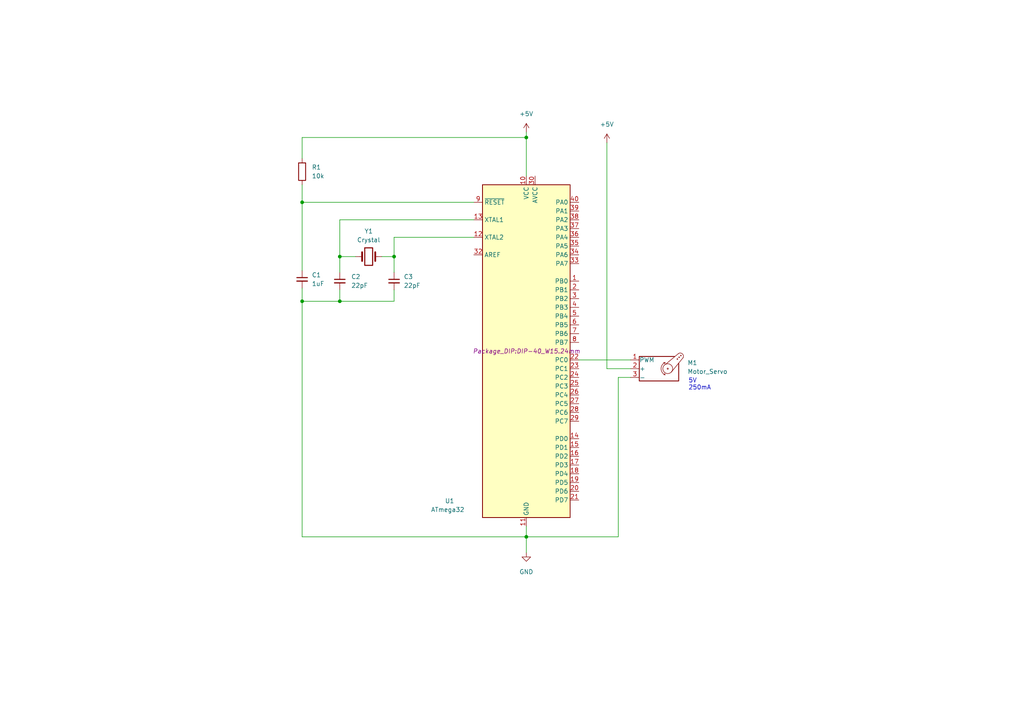
<source format=kicad_sch>
(kicad_sch (version 20211123) (generator eeschema)
  (paper "A4")
  (lib_symbols
    (symbol "Device:C_Small" (pin_numbers hide) (pin_names (offset 0.254) hide)
      (property "Reference" "C" (at 0.254 1.778 0))
      (property "Value" "C_Small" (at 0.254 -2.032 0))
      (symbol "C_Small_0_1"
        (polyline (pts (xy -1.524 -0.508) (xy 1.524 -0.508)) (stroke (width 0.3302)))
        (polyline (pts (xy -1.524 0.508) (xy 1.524 0.508)) (stroke (width 0.3048)))
      )
      (symbol "C_Small_1_1"
        (pin passive line (at 0 2.54 270) (length 2.032) (name "~") (number "1"))
        (pin passive line (at 0 -2.54 90) (length 2.032) (name "~") (number "2"))
      )
    )
    (symbol "Device:Crystal" (pin_numbers hide) (pin_names (offset 1.016) hide)
      (property "Reference" "Y" (at 0 3.81 0))
      (property "Value" "Crystal" (at 0 -3.81 0))
      (symbol "Crystal_0_1"
        (rectangle (start -1.143 2.54) (end 1.143 -2.54) (stroke (width 0.3048)))
        (polyline (pts (xy -2.54 0) (xy -1.905 0)))
        (polyline (pts (xy -1.905 -1.27) (xy -1.905 1.27)) (stroke (width 0.508)))
        (polyline (pts (xy 1.905 -1.27) (xy 1.905 1.27)) (stroke (width 0.508)))
        (polyline (pts (xy 2.54 0) (xy 1.905 0)))
      )
      (symbol "Crystal_1_1"
        (pin passive line (at -3.81 0 0) (length 1.27) (name "1") (number "1"))
        (pin passive line (at 3.81 0 180) (length 1.27) (name "2") (number "2"))
      )
    )
    (symbol "Device:R" (pin_numbers hide) (pin_names (offset 0))
      (property "Reference" "R" (at 2.032 0 90))
      (property "Value" "R" (at 0 0 90))
      (symbol "R_0_1"
        (rectangle (start -1.016 -2.54) (end 1.016 2.54) (stroke (width 0.254)))
      )
      (symbol "R_1_1"
        (pin passive line (at 0 3.81 270) (length 1.27) (name "~") (number "1"))
        (pin passive line (at 0 -3.81 90) (length 1.27) (name "~") (number "2"))
      )
    )
    (symbol "MCU_Microchip_ATmega:ATmega32A-P"
      (property "Reference" "U" (at -12.7 49.53 0))
      (property "Value" "ATmega32A-P" (at 2.54 -49.53 0))
      (symbol "ATmega32A-P_0_1"
        (rectangle (start -12.7 -48.26) (end 12.7 48.26) (stroke (width 0.254)) (fill (type background)))
      )
      (symbol "ATmega32A-P_1_1"
        (pin bidirectional line (at 15.24 20.32 180) (length 2.54) (name "PB0") (number "1"))
        (pin power_in line (at 0 50.8 270) (length 2.54) (name "VCC") (number "10"))
        (pin power_in line (at 0 -50.8 90) (length 2.54) (name "GND") (number "11"))
        (pin output line (at -15.24 33.02 0) (length 2.54) (name "XTAL2") (number "12"))
        (pin input line (at -15.24 38.1 0) (length 2.54) (name "XTAL1") (number "13"))
        (pin bidirectional line (at 15.24 -25.4 180) (length 2.54) (name "PD0") (number "14"))
        (pin bidirectional line (at 15.24 -27.94 180) (length 2.54) (name "PD1") (number "15"))
        (pin bidirectional line (at 15.24 -30.48 180) (length 2.54) (name "PD2") (number "16"))
        (pin bidirectional line (at 15.24 -33.02 180) (length 2.54) (name "PD3") (number "17"))
        (pin bidirectional line (at 15.24 -35.56 180) (length 2.54) (name "PD4") (number "18"))
        (pin bidirectional line (at 15.24 -38.1 180) (length 2.54) (name "PD5") (number "19"))
        (pin bidirectional line (at 15.24 17.78 180) (length 2.54) (name "PB1") (number "2"))
        (pin bidirectional line (at 15.24 -40.64 180) (length 2.54) (name "PD6") (number "20"))
        (pin bidirectional line (at 15.24 -43.18 180) (length 2.54) (name "PD7") (number "21"))
        (pin bidirectional line (at 15.24 -2.54 180) (length 2.54) (name "PC0") (number "22"))
        (pin bidirectional line (at 15.24 -5.08 180) (length 2.54) (name "PC1") (number "23"))
        (pin bidirectional line (at 15.24 -7.62 180) (length 2.54) (name "PC2") (number "24"))
        (pin bidirectional line (at 15.24 -10.16 180) (length 2.54) (name "PC3") (number "25"))
        (pin bidirectional line (at 15.24 -12.7 180) (length 2.54) (name "PC4") (number "26"))
        (pin bidirectional line (at 15.24 -15.24 180) (length 2.54) (name "PC5") (number "27"))
        (pin bidirectional line (at 15.24 -17.78 180) (length 2.54) (name "PC6") (number "28"))
        (pin bidirectional line (at 15.24 -20.32 180) (length 2.54) (name "PC7") (number "29"))
        (pin bidirectional line (at 15.24 15.24 180) (length 2.54) (name "PB2") (number "3"))
        (pin power_in line (at 2.54 50.8 270) (length 2.54) (name "AVCC") (number "30"))
        (pin passive line (at 0 -50.8 90) (length 2.54) hide (name "GND") (number "31"))
        (pin passive line (at -15.24 27.94 0) (length 2.54) (name "AREF") (number "32"))
        (pin bidirectional line (at 15.24 25.4 180) (length 2.54) (name "PA7") (number "33"))
        (pin bidirectional line (at 15.24 27.94 180) (length 2.54) (name "PA6") (number "34"))
        (pin bidirectional line (at 15.24 30.48 180) (length 2.54) (name "PA5") (number "35"))
        (pin bidirectional line (at 15.24 33.02 180) (length 2.54) (name "PA4") (number "36"))
        (pin bidirectional line (at 15.24 35.56 180) (length 2.54) (name "PA3") (number "37"))
        (pin bidirectional line (at 15.24 38.1 180) (length 2.54) (name "PA2") (number "38"))
        (pin bidirectional line (at 15.24 40.64 180) (length 2.54) (name "PA1") (number "39"))
        (pin bidirectional line (at 15.24 12.7 180) (length 2.54) (name "PB3") (number "4"))
        (pin bidirectional line (at 15.24 43.18 180) (length 2.54) (name "PA0") (number "40"))
        (pin bidirectional line (at 15.24 10.16 180) (length 2.54) (name "PB4") (number "5"))
        (pin bidirectional line (at 15.24 7.62 180) (length 2.54) (name "PB5") (number "6"))
        (pin bidirectional line (at 15.24 5.08 180) (length 2.54) (name "PB6") (number "7"))
        (pin bidirectional line (at 15.24 2.54 180) (length 2.54) (name "PB7") (number "8"))
        (pin input line (at -15.24 43.18 0) (length 2.54) (name "~{RESET}") (number "9"))
      )
    )
    (symbol "Motor:Motor_Servo" (pin_names (offset 0.0254))
      (property "Reference" "M" (at -5.08 4.445 0))
      (property "Value" "Motor_Servo" (at -5.08 -4.064 0))
      (symbol "Motor_Servo_0_1"
        (polyline (pts (xy 2.413 -1.778) (xy 2.032 -1.778)))
        (polyline (pts (xy 2.413 -1.778) (xy 2.286 -1.397)))
        (polyline (pts (xy 2.413 1.778) (xy 1.905 1.778)))
        (polyline (pts (xy 2.413 1.778) (xy 2.286 1.397)))
        (polyline (pts (xy 6.35 4.445) (xy 2.54 1.27)))
        (polyline (pts (xy 7.62 3.175) (xy 4.191 -1.016)))
        (polyline (pts (xy 5.08 3.556) (xy -5.08 3.556) (xy -5.08 -3.556) (xy 6.35 -3.556) (xy 6.35 1.524)) (stroke (width 0.254)))
        (arc (start 2.413 1.778) (mid 1.2406 0) (end 2.413 -1.778))
        (circle (center 3.175 0) (radius 0.1778))
        (circle (center 3.175 0) (radius 1.4224))
        (circle (center 5.969 2.794) (radius 0.127))
        (circle (center 6.477 3.302) (radius 0.127))
        (circle (center 6.985 3.81) (radius 0.127))
        (arc (start 7.62 3.175) (mid 7.4485 4.2735) (end 6.35 4.445))
      )
      (symbol "Motor_Servo_1_1"
        (pin passive line (at -7.62 2.54 0) (length 2.54) (name "PWM") (number "1"))
        (pin passive line (at -7.62 0 0) (length 2.54) (name "+") (number "2"))
        (pin passive line (at -7.62 -2.54 0) (length 2.54) (name "-") (number "3"))
      )
    )
    (symbol "power:+5V" (power) (pin_names (offset 0))
      (property "Value" "+5V" (at 0 3.556 0))
      (symbol "+5V_0_1"
        (polyline (pts (xy -0.762 1.27) (xy 0 2.54)))
        (polyline (pts (xy 0 0) (xy 0 2.54)))
        (polyline (pts (xy 0 2.54) (xy 0.762 1.27)))
      )
      (symbol "+5V_1_1"
        (pin power_in line (at 0 0 90) (length 0) hide (name "+5V") (number "1"))
      )
    )
    (symbol "power:GND" (power) (pin_names (offset 0))
      (property "Value" "GND" (at 0 -3.81 0))
      (symbol "GND_0_1"
        (polyline (pts (xy 0 0) (xy 0 -1.27) (xy 1.27 -1.27) (xy 0 -2.54) (xy -1.27 -1.27) (xy 0 -1.27)))
      )
      (symbol "GND_1_1"
        (pin power_in line (at 0 0 270) (length 0) hide (name "GND") (number "1"))
      )
    )
  )
  (junction (at 152.654 155.702))
  (junction (at 98.552 87.376))
  (junction (at 87.63 87.376))
  (junction (at 98.552 74.422))
  (junction (at 114.3 74.422))
  (junction (at 87.63 58.674))
  (junction (at 152.654 39.878))
  (wire (pts (xy 176.022 41.402) (xy 176.022 106.934)))
  (wire (pts (xy 152.654 38.354) (xy 152.654 39.878)))
  (wire (pts (xy 179.324 155.702) (xy 179.324 109.474)))
  (wire (pts (xy 114.3 87.376) (xy 114.3 84.074)))
  (wire (pts (xy 98.552 87.376) (xy 114.3 87.376)))
  (wire (pts (xy 152.654 39.878) (xy 152.654 51.054)))
  (wire (pts (xy 152.654 155.702) (xy 179.324 155.702)))
  (wire (pts (xy 87.63 39.878) (xy 152.654 39.878)))
  (wire (pts (xy 87.63 87.376) (xy 87.63 83.566)))
  (wire (pts (xy 87.63 87.376) (xy 98.552 87.376)))
  (wire (pts (xy 87.63 87.376) (xy 87.63 155.702)))
  (wire (pts (xy 110.744 74.422) (xy 114.3 74.422)))
  (wire (pts (xy 167.894 104.394) (xy 182.88 104.394)))
  (wire (pts (xy 98.552 78.994) (xy 98.552 74.422)))
  (wire (pts (xy 152.654 152.654) (xy 152.654 155.702)))
  (wire (pts (xy 114.3 74.422) (xy 114.3 78.994)))
  (wire (pts (xy 152.654 155.702) (xy 87.63 155.702)))
  (wire (pts (xy 98.552 84.074) (xy 98.552 87.376)))
  (wire (pts (xy 114.3 68.834) (xy 114.3 74.422)))
  (wire (pts (xy 87.63 45.974) (xy 87.63 39.878)))
  (wire (pts (xy 137.414 68.834) (xy 114.3 68.834)))
  (wire (pts (xy 98.552 74.422) (xy 98.552 63.754)))
  (wire (pts (xy 152.654 155.702) (xy 152.654 160.274)))
  (wire (pts (xy 87.63 58.674) (xy 137.414 58.674)))
  (wire (pts (xy 182.88 106.934) (xy 176.022 106.934)))
  (wire (pts (xy 87.63 53.594) (xy 87.63 58.674)))
  (wire (pts (xy 87.63 58.674) (xy 87.63 78.486)))
  (wire (pts (xy 98.552 74.422) (xy 103.124 74.422)))
  (wire (pts (xy 98.552 63.754) (xy 137.414 63.754)))
  (wire (pts (xy 179.324 109.474) (xy 182.88 109.474)))
  (text "5V\n250mA" (at 199.644 113.284 0) (effects (font (size 1.27 1.27)) (justify left bottom)))
  (symbol (lib_id "Motor:Motor_Servo") (at 190.5 106.934 0) (unit 1)
    (property "Reference" "M1" (at 199.39 105.2305 0) (effects (justify left)))
    (property "Value" "Motor_Servo" (at 199.39 107.7705 0) (effects (justify left)))
    (property "Datasheet" "http://forums.parallax.com/uploads/attachments/46831/74481.png" (effects hide))
  )
  (symbol (lib_id "Device:C_Small") (at 114.3 81.534 0) (unit 1)
    (property "Reference" "C3" (at 117.094 80.2702 0) (effects (justify left)))
    (property "Value" "22pF" (at 117.094 82.8102 0) (effects (justify left)))
    (property "Footprint" "Capacitor_THT:CP_Radial_D4.0mm_P1.50mm" (effects hide))
  )
  (symbol (lib_id "Device:R") (at 87.63 49.784 0) (unit 1)
    (property "Reference" "R1" (at 90.424 48.5139 0) (effects (justify left)))
    (property "Value" "10k" (at 90.424 51.0539 0) (effects (justify left)))
    (property "Footprint" "Resistor_THT:R_Axial_DIN0204_L3.6mm_D1.6mm_P5.08mm_Horizontal" (effects hide))
  )
  (symbol (lib_id "power:+5V") (at 152.654 38.354 0) (unit 1)
    (property "Reference" "#PWR?" (effects hide))
    (property "Value" "+5V" (at 152.654 33.02 0))
  )
  (symbol (lib_id "MCU_Microchip_ATmega:ATmega32A-P") (at 152.654 101.854 0) (unit 1)
    (property "Reference" "U1" (at 129.032 145.288 0) (effects (justify left)))
    (property "Value" "ATmega32" (at 124.968 147.828 0) (effects (justify left)))
    (property "Footprint" "Package_DIP:DIP-40_W15.24mm" (at 152.654 101.854 0) (effects (font italic)))
    (property "Datasheet" "http://ww1.microchip.com/downloads/en/DeviceDoc/atmel-8155-8-bit-microcontroller-avr-atmega32a_datasheet.pdf" (effects hide))
  )
  (symbol (lib_id "Device:C_Small") (at 98.552 81.534 0) (unit 1)
    (property "Reference" "C2" (at 101.854 80.2702 0) (effects (justify left)))
    (property "Value" "22pF" (at 101.854 82.8102 0) (effects (justify left)))
    (property "Footprint" "Capacitor_THT:CP_Radial_D4.0mm_P1.50mm" (effects hide))
  )
  (symbol (lib_id "Device:Crystal") (at 106.934 74.422 0) (unit 1)
    (property "Reference" "Y1" (at 106.934 67.056 0))
    (property "Value" "Crystal" (at 106.934 69.596 0))
    (property "Footprint" "Crystal:Crystal_AT310_D3.0mm_L10.0mm_Vertical" (effects hide))
  )
  (symbol (lib_id "power:GND") (at 152.654 160.274 0) (unit 1)
    (property "Reference" "#PWR02" (effects hide))
    (property "Value" "GND" (at 152.654 165.862 0))
  )
  (symbol (lib_id "power:+5V") (at 176.022 41.402 0) (unit 1)
    (property "Reference" "#PWR03" (effects hide))
    (property "Value" "+5V" (at 176.022 36.068 0))
  )
  (symbol (lib_id "Device:C_Small") (at 87.63 81.026 0) (unit 1)
    (property "Reference" "C1" (at 90.424 79.7622 0) (effects (justify left)))
    (property "Value" "1uF" (at 90.424 82.3022 0) (effects (justify left)))
    (property "Footprint" "Capacitor_THT:CP_Radial_D4.0mm_P1.50mm" (effects hide))
  )
)
</source>
